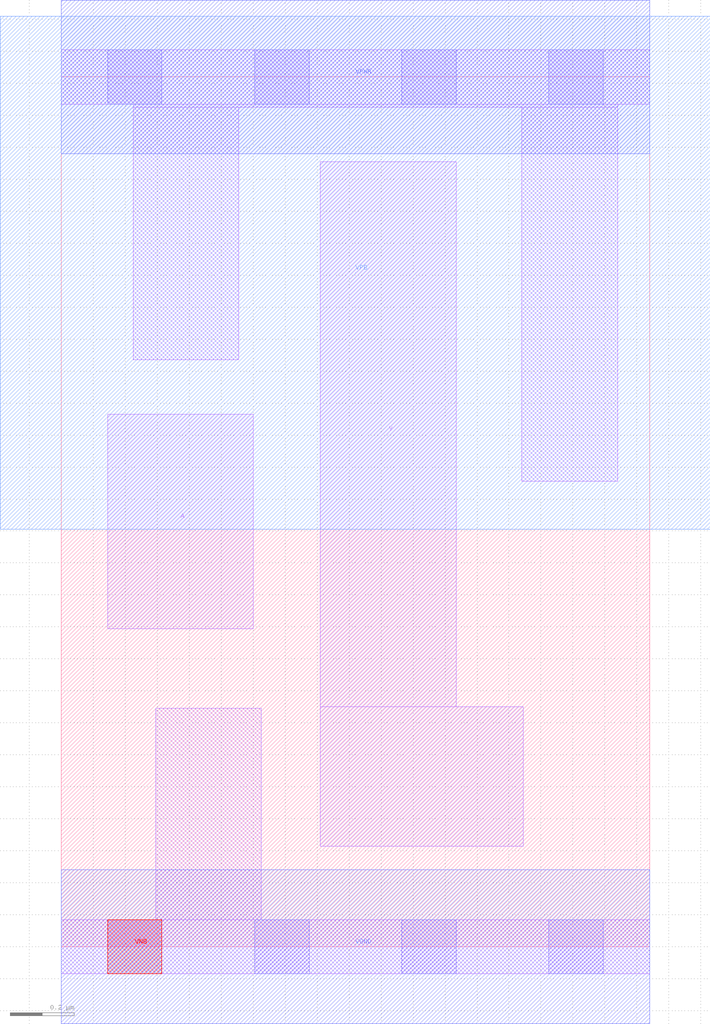
<source format=lef>
# Copyright 2020 The SkyWater PDK Authors
#
# Licensed under the Apache License, Version 2.0 (the "License");
# you may not use this file except in compliance with the License.
# You may obtain a copy of the License at
#
#     https://www.apache.org/licenses/LICENSE-2.0
#
# Unless required by applicable law or agreed to in writing, software
# distributed under the License is distributed on an "AS IS" BASIS,
# WITHOUT WARRANTIES OR CONDITIONS OF ANY KIND, either express or implied.
# See the License for the specific language governing permissions and
# limitations under the License.
#
# SPDX-License-Identifier: Apache-2.0

VERSION 5.7 ;
  NOWIREEXTENSIONATPIN ON ;
  DIVIDERCHAR "/" ;
  BUSBITCHARS "[]" ;
MACRO sky130_fd_sc_hd__clkinvlp_2
  CLASS CORE ;
  FOREIGN sky130_fd_sc_hd__clkinvlp_2 ;
  ORIGIN  0.000000  0.000000 ;
  SIZE  1.840000 BY  2.720000 ;
  SYMMETRY X Y R90 ;
  SITE unithd ;
  PIN A
    ANTENNAGATEAREA  0.665000 ;
    DIRECTION INPUT ;
    USE SIGNAL ;
    PORT
      LAYER li1 ;
        RECT 0.145000 0.995000 0.600000 1.665000 ;
    END
  END A
  PIN VNB
    PORT
      LAYER pwell ;
        RECT 0.145000 -0.085000 0.315000 0.085000 ;
    END
  END VNB
  PIN VPB
    PORT
      LAYER nwell ;
        RECT -0.190000 1.305000 2.030000 2.910000 ;
    END
  END VPB
  PIN Y
    ANTENNADIFFAREA  0.436750 ;
    DIRECTION OUTPUT ;
    USE SIGNAL ;
    PORT
      LAYER li1 ;
        RECT 0.810000 0.315000 1.445000 0.750000 ;
        RECT 0.810000 0.750000 1.235000 2.455000 ;
    END
  END Y
  PIN VGND
    DIRECTION INOUT ;
    SHAPE ABUTMENT ;
    USE GROUND ;
    PORT
      LAYER met1 ;
        RECT 0.000000 -0.240000 1.840000 0.240000 ;
    END
  END VGND
  PIN VPWR
    DIRECTION INOUT ;
    SHAPE ABUTMENT ;
    USE POWER ;
    PORT
      LAYER met1 ;
        RECT 0.000000 2.480000 1.840000 2.960000 ;
    END
  END VPWR
  OBS
    LAYER li1 ;
      RECT 0.000000 -0.085000 1.840000 0.085000 ;
      RECT 0.000000  2.635000 1.840000 2.805000 ;
      RECT 0.225000  1.835000 0.555000 2.625000 ;
      RECT 0.225000  2.625000 1.740000 2.635000 ;
      RECT 0.295000  0.085000 0.625000 0.745000 ;
      RECT 1.440000  1.455000 1.740000 2.625000 ;
    LAYER mcon ;
      RECT 0.145000 -0.085000 0.315000 0.085000 ;
      RECT 0.145000  2.635000 0.315000 2.805000 ;
      RECT 0.605000 -0.085000 0.775000 0.085000 ;
      RECT 0.605000  2.635000 0.775000 2.805000 ;
      RECT 1.065000 -0.085000 1.235000 0.085000 ;
      RECT 1.065000  2.635000 1.235000 2.805000 ;
      RECT 1.525000 -0.085000 1.695000 0.085000 ;
      RECT 1.525000  2.635000 1.695000 2.805000 ;
  END
END sky130_fd_sc_hd__clkinvlp_2
END LIBRARY

</source>
